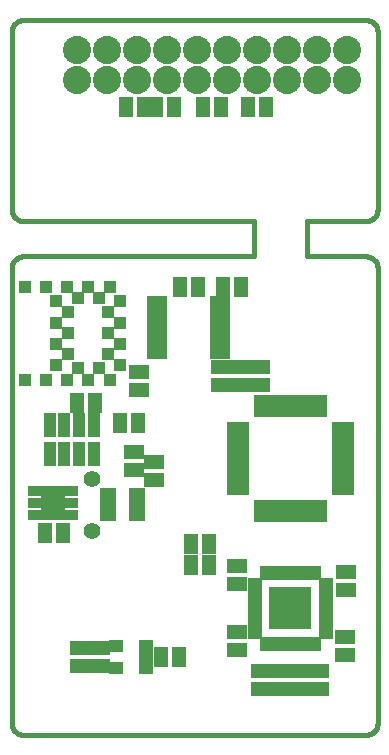
<source format=gts>
G04 (created by PCBNEW-RS274X (2011-05-25)-stable) date Thu 04 Jul 2013 09:49:36 BST*
G01*
G70*
G90*
%MOIN*%
G04 Gerber Fmt 3.4, Leading zero omitted, Abs format*
%FSLAX34Y34*%
G04 APERTURE LIST*
%ADD10C,0.006000*%
%ADD11C,0.015000*%
%ADD12R,0.050000X0.040000*%
%ADD13R,0.065000X0.045000*%
%ADD14R,0.045000X0.065000*%
%ADD15R,0.075000X0.030500*%
%ADD16R,0.030500X0.075000*%
%ADD17R,0.060000X0.060000*%
%ADD18R,0.031000X0.051000*%
%ADD19R,0.051000X0.031000*%
%ADD20R,0.065300X0.033800*%
%ADD21R,0.043600X0.043600*%
%ADD22R,0.051400X0.035700*%
%ADD23R,0.079000X0.114400*%
%ADD24R,0.052400X0.031800*%
%ADD25C,0.055400*%
%ADD26C,0.094000*%
%ADD27R,0.039600X0.079000*%
G04 APERTURE END LIST*
G54D10*
G54D11*
X51968Y-48425D02*
X51968Y-48622D01*
X64173Y-48425D02*
X64173Y-48622D01*
X61810Y-31890D02*
X61810Y-33071D01*
X60039Y-31890D02*
X60039Y-33071D01*
X52362Y-25197D02*
X52328Y-25199D01*
X52294Y-25203D01*
X52261Y-25211D01*
X52228Y-25221D01*
X52196Y-25234D01*
X52166Y-25250D01*
X52137Y-25269D01*
X52109Y-25290D01*
X52084Y-25313D01*
X52061Y-25338D01*
X52040Y-25366D01*
X52021Y-25395D01*
X52005Y-25425D01*
X51992Y-25457D01*
X51982Y-25490D01*
X51974Y-25523D01*
X51970Y-25557D01*
X51968Y-25591D01*
X64173Y-25591D02*
X64171Y-25557D01*
X64167Y-25523D01*
X64159Y-25490D01*
X64149Y-25457D01*
X64136Y-25425D01*
X64120Y-25395D01*
X64101Y-25366D01*
X64080Y-25338D01*
X64057Y-25313D01*
X64032Y-25290D01*
X64004Y-25269D01*
X63976Y-25250D01*
X63945Y-25234D01*
X63913Y-25221D01*
X63880Y-25211D01*
X63847Y-25203D01*
X63813Y-25199D01*
X63779Y-25197D01*
X63779Y-31890D02*
X63813Y-31888D01*
X63847Y-31884D01*
X63880Y-31876D01*
X63913Y-31866D01*
X63945Y-31853D01*
X63976Y-31837D01*
X64004Y-31818D01*
X64032Y-31797D01*
X64057Y-31774D01*
X64080Y-31749D01*
X64101Y-31721D01*
X64120Y-31692D01*
X64136Y-31662D01*
X64149Y-31630D01*
X64159Y-31597D01*
X64167Y-31564D01*
X64171Y-31530D01*
X64173Y-31496D01*
X51968Y-31496D02*
X51970Y-31530D01*
X51974Y-31564D01*
X51982Y-31597D01*
X51992Y-31630D01*
X52005Y-31662D01*
X52021Y-31692D01*
X52040Y-31721D01*
X52061Y-31749D01*
X52084Y-31774D01*
X52109Y-31797D01*
X52137Y-31818D01*
X52166Y-31837D01*
X52196Y-31853D01*
X52228Y-31866D01*
X52261Y-31876D01*
X52294Y-31884D01*
X52328Y-31888D01*
X52362Y-31890D01*
X52362Y-33071D02*
X52328Y-33073D01*
X52294Y-33077D01*
X52261Y-33085D01*
X52228Y-33095D01*
X52196Y-33108D01*
X52166Y-33124D01*
X52137Y-33143D01*
X52109Y-33164D01*
X52084Y-33187D01*
X52061Y-33212D01*
X52040Y-33240D01*
X52021Y-33269D01*
X52005Y-33299D01*
X51992Y-33331D01*
X51982Y-33364D01*
X51974Y-33397D01*
X51970Y-33431D01*
X51968Y-33465D01*
X64173Y-33465D02*
X64171Y-33431D01*
X64167Y-33397D01*
X64159Y-33364D01*
X64149Y-33331D01*
X64136Y-33299D01*
X64120Y-33269D01*
X64101Y-33240D01*
X64080Y-33212D01*
X64057Y-33187D01*
X64032Y-33164D01*
X64004Y-33143D01*
X63976Y-33124D01*
X63945Y-33108D01*
X63913Y-33095D01*
X63880Y-33085D01*
X63847Y-33077D01*
X63813Y-33073D01*
X63779Y-33071D01*
X63779Y-49016D02*
X63813Y-49014D01*
X63847Y-49010D01*
X63880Y-49002D01*
X63913Y-48992D01*
X63945Y-48979D01*
X63976Y-48963D01*
X64004Y-48944D01*
X64032Y-48923D01*
X64057Y-48900D01*
X64080Y-48875D01*
X64101Y-48847D01*
X64120Y-48818D01*
X64136Y-48788D01*
X64149Y-48756D01*
X64159Y-48723D01*
X64167Y-48690D01*
X64171Y-48656D01*
X64173Y-48622D01*
X51968Y-48622D02*
X51970Y-48656D01*
X51974Y-48690D01*
X51982Y-48723D01*
X51992Y-48756D01*
X52005Y-48788D01*
X52021Y-48818D01*
X52040Y-48847D01*
X52061Y-48875D01*
X52084Y-48900D01*
X52109Y-48923D01*
X52137Y-48944D01*
X52166Y-48963D01*
X52196Y-48979D01*
X52228Y-48992D01*
X52261Y-49002D01*
X52294Y-49010D01*
X52328Y-49014D01*
X52362Y-49016D01*
X64173Y-31496D02*
X64173Y-25591D01*
X52362Y-25197D02*
X63779Y-25197D01*
X51968Y-31496D02*
X51968Y-25591D01*
X61810Y-31890D02*
X63779Y-31890D01*
X60039Y-31890D02*
X52362Y-31890D01*
X61810Y-33071D02*
X63779Y-33071D01*
X52362Y-33071D02*
X60039Y-33071D01*
X51968Y-48425D02*
X51968Y-33465D01*
X64173Y-48425D02*
X64173Y-33465D01*
X52362Y-49016D02*
X63779Y-49016D01*
G54D12*
X56464Y-46792D03*
X56464Y-46042D03*
X55464Y-46792D03*
X56464Y-46417D03*
X55464Y-46042D03*
G54D13*
X59586Y-37347D03*
X59586Y-36747D03*
X60236Y-37347D03*
X60236Y-36747D03*
X54901Y-46717D03*
X54901Y-46117D03*
G54D14*
X58548Y-43346D03*
X57948Y-43346D03*
G54D13*
X56062Y-39602D03*
X56062Y-40202D03*
X56732Y-39936D03*
X56732Y-40536D03*
X54251Y-46117D03*
X54251Y-46717D03*
G54D14*
X56389Y-28074D03*
X55789Y-28074D03*
X57389Y-28074D03*
X56789Y-28074D03*
X58339Y-28074D03*
X58939Y-28074D03*
X60439Y-28074D03*
X59839Y-28074D03*
G54D13*
X60929Y-47500D03*
X60929Y-46900D03*
G54D14*
X57948Y-42657D03*
X58548Y-42657D03*
X59010Y-34094D03*
X59610Y-34094D03*
X58193Y-34075D03*
X57593Y-34075D03*
X57544Y-46417D03*
X56944Y-46417D03*
G54D13*
X56220Y-36924D03*
X56220Y-37524D03*
G54D14*
X53685Y-42283D03*
X53085Y-42283D03*
G54D13*
X58936Y-37347D03*
X58936Y-36747D03*
X60279Y-47500D03*
X60279Y-46900D03*
X62229Y-46900D03*
X62229Y-47500D03*
X61579Y-47500D03*
X61579Y-46900D03*
X59479Y-45600D03*
X59479Y-46200D03*
X63079Y-45750D03*
X63079Y-46350D03*
X63129Y-44200D03*
X63129Y-43600D03*
X59479Y-44000D03*
X59479Y-43400D03*
G54D15*
X63009Y-40887D03*
G54D16*
X62343Y-38053D03*
G54D15*
X59509Y-38719D03*
G54D16*
X60175Y-41553D03*
G54D15*
X63009Y-40690D03*
G54D16*
X62146Y-38053D03*
G54D15*
X59509Y-38916D03*
G54D16*
X60372Y-41553D03*
G54D15*
X63009Y-40493D03*
G54D16*
X61949Y-38053D03*
G54D15*
X59509Y-39113D03*
G54D16*
X60569Y-41553D03*
G54D15*
X63009Y-40296D03*
G54D16*
X61752Y-38053D03*
G54D15*
X59509Y-39310D03*
G54D16*
X60766Y-41553D03*
G54D15*
X63009Y-40099D03*
G54D16*
X61555Y-38053D03*
G54D15*
X59509Y-39507D03*
G54D16*
X60963Y-41553D03*
G54D15*
X63009Y-39902D03*
G54D16*
X61358Y-38053D03*
G54D15*
X59509Y-39704D03*
G54D16*
X61160Y-41553D03*
G54D15*
X63009Y-39705D03*
G54D16*
X61161Y-38053D03*
G54D15*
X59509Y-39901D03*
G54D16*
X61357Y-41553D03*
G54D15*
X63009Y-39508D03*
G54D16*
X60964Y-38053D03*
G54D15*
X59509Y-40098D03*
G54D16*
X61554Y-41553D03*
G54D15*
X63009Y-39311D03*
G54D16*
X60767Y-38053D03*
G54D15*
X59509Y-40295D03*
G54D16*
X61751Y-41553D03*
G54D15*
X63009Y-39114D03*
G54D16*
X60570Y-38053D03*
G54D15*
X59509Y-40492D03*
G54D16*
X61948Y-41553D03*
G54D15*
X63009Y-38917D03*
G54D16*
X60373Y-38053D03*
G54D15*
X59509Y-40689D03*
G54D16*
X62145Y-41553D03*
G54D15*
X63009Y-38720D03*
G54D16*
X60176Y-38053D03*
G54D15*
X59509Y-40886D03*
G54D16*
X62342Y-41553D03*
G54D17*
X61259Y-44803D03*
X61259Y-44403D03*
X61259Y-45203D03*
X61659Y-45203D03*
X61659Y-44403D03*
X61659Y-44803D03*
G54D18*
X60372Y-45983D03*
G54D19*
X62439Y-45690D03*
G54D18*
X62146Y-43623D03*
G54D19*
X60079Y-43916D03*
G54D18*
X60569Y-45983D03*
G54D19*
X62439Y-45493D03*
G54D18*
X61949Y-43623D03*
G54D19*
X60079Y-44113D03*
G54D18*
X60766Y-45983D03*
G54D19*
X62439Y-45296D03*
G54D18*
X61752Y-43623D03*
G54D19*
X60079Y-44310D03*
G54D18*
X60963Y-45983D03*
G54D19*
X62439Y-45099D03*
G54D18*
X61555Y-43623D03*
G54D19*
X60079Y-44507D03*
G54D18*
X61160Y-45983D03*
G54D19*
X62439Y-44902D03*
G54D18*
X61358Y-43623D03*
G54D19*
X60079Y-44704D03*
G54D18*
X61357Y-45983D03*
G54D19*
X62439Y-44705D03*
G54D18*
X61161Y-43623D03*
G54D19*
X60079Y-44901D03*
G54D18*
X61554Y-45983D03*
G54D19*
X62439Y-44508D03*
G54D18*
X60964Y-43623D03*
G54D19*
X60079Y-45098D03*
G54D18*
X61751Y-45983D03*
G54D19*
X62439Y-44311D03*
G54D18*
X60767Y-43623D03*
G54D19*
X60079Y-45295D03*
G54D18*
X61948Y-45983D03*
G54D19*
X62439Y-44114D03*
G54D18*
X60570Y-43623D03*
G54D19*
X60079Y-45492D03*
G54D18*
X62145Y-45983D03*
G54D19*
X62439Y-43917D03*
G54D18*
X60373Y-43623D03*
G54D19*
X60079Y-45689D03*
G54D17*
X60859Y-44803D03*
X60859Y-44403D03*
X60859Y-45203D03*
G54D20*
X58927Y-36308D03*
X58927Y-36058D03*
X58927Y-35808D03*
X58927Y-35558D03*
X58927Y-35308D03*
X58927Y-35058D03*
X58927Y-34808D03*
X58927Y-34558D03*
X56819Y-34558D03*
X56819Y-34808D03*
X56819Y-35058D03*
X56819Y-35308D03*
X56819Y-35558D03*
X56819Y-35808D03*
X56819Y-36058D03*
X56819Y-36308D03*
G54D21*
X55590Y-36693D03*
X55196Y-36339D03*
X55590Y-35984D03*
X55196Y-35630D03*
X55590Y-35276D03*
X55196Y-34921D03*
X55590Y-34567D03*
X55236Y-34075D03*
X54881Y-34469D03*
X54527Y-34075D03*
X54173Y-34469D03*
X53818Y-34075D03*
X53464Y-34567D03*
X53858Y-34921D03*
X53464Y-35276D03*
X53858Y-35630D03*
X53464Y-35984D03*
X53858Y-36339D03*
X53464Y-36693D03*
X53818Y-37185D03*
X54173Y-36791D03*
X54527Y-37185D03*
X54881Y-36791D03*
X55236Y-37185D03*
X53110Y-37185D03*
X53110Y-34075D03*
X52401Y-37185D03*
X52401Y-34075D03*
G54D22*
X52756Y-40906D03*
X52756Y-41299D03*
X52756Y-41692D03*
X53936Y-41692D03*
X53936Y-41299D03*
X53936Y-40906D03*
G54D23*
X53346Y-41299D03*
G54D24*
X56157Y-41732D03*
X56157Y-41535D03*
X56157Y-41339D03*
X56157Y-41143D03*
X56157Y-40946D03*
X55181Y-40946D03*
X55181Y-41143D03*
X55181Y-41339D03*
X55181Y-41535D03*
X55181Y-41732D03*
G54D25*
X54652Y-42228D03*
X54652Y-40475D03*
G54D26*
X54139Y-27174D03*
X54139Y-26174D03*
X55139Y-27174D03*
X55139Y-26174D03*
X56139Y-27174D03*
X56139Y-26174D03*
X57139Y-27174D03*
X57139Y-26174D03*
X58139Y-27174D03*
X58139Y-26174D03*
X59139Y-27174D03*
X59139Y-26174D03*
X60139Y-27174D03*
X60139Y-26174D03*
X61139Y-27174D03*
X61139Y-26174D03*
X62139Y-27174D03*
X62139Y-26174D03*
X63139Y-27174D03*
X63139Y-26174D03*
G54D14*
X56185Y-38622D03*
X55585Y-38622D03*
X54748Y-37953D03*
X54148Y-37953D03*
G54D27*
X54714Y-38685D03*
X54222Y-38685D03*
X53730Y-38685D03*
X53238Y-38685D03*
X53238Y-39661D03*
X53730Y-39661D03*
X54222Y-39661D03*
X54714Y-39661D03*
M02*

</source>
